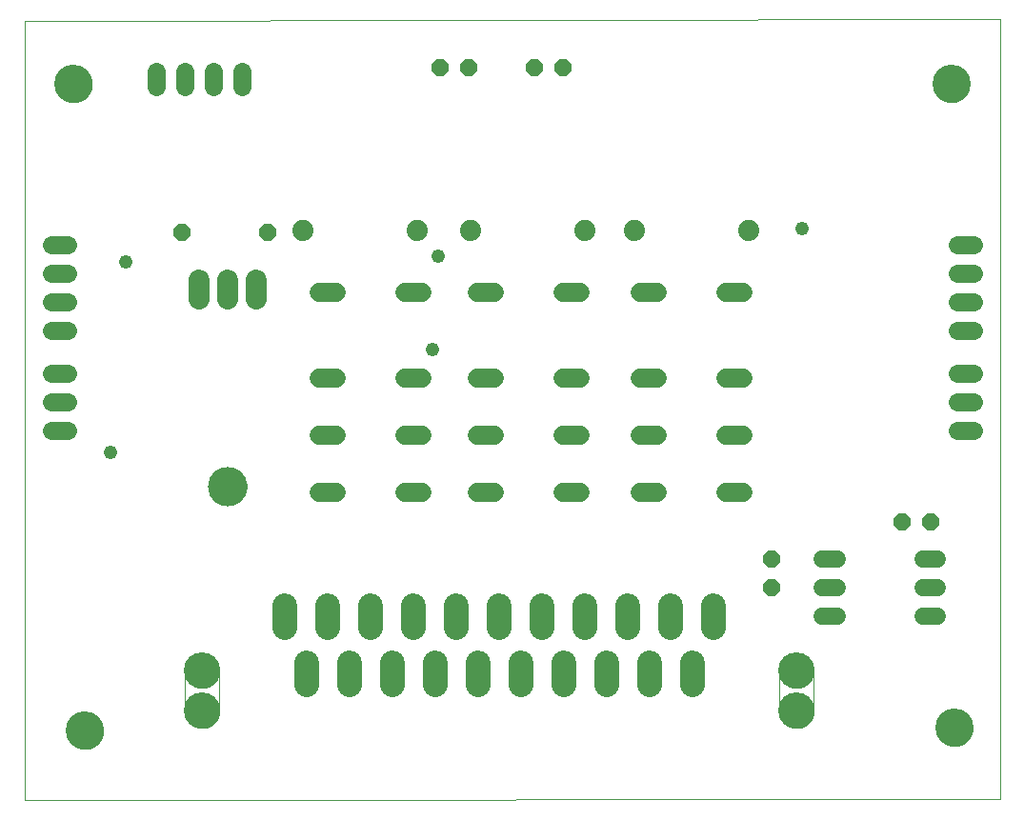
<source format=gbs>
G75*
%MOIN*%
%OFA0B0*%
%FSLAX25Y25*%
%IPPOS*%
%LPD*%
%AMOC8*
5,1,8,0,0,1.08239X$1,22.5*
%
%ADD10C,0.00000*%
%ADD11C,0.13398*%
%ADD12C,0.07400*%
%ADD13C,0.06400*%
%ADD14C,0.06800*%
%ADD15OC8,0.06000*%
%ADD16C,0.06000*%
%ADD17C,0.07400*%
%ADD18C,0.13800*%
%ADD19C,0.00009*%
%ADD20C,0.08600*%
%ADD21C,0.12700*%
%ADD22C,0.04800*%
D10*
X0001000Y0001000D02*
X0001000Y0273953D01*
X0342417Y0274346D01*
X0342417Y0001394D01*
X0001000Y0001000D01*
X0015882Y0025331D02*
X0015884Y0025489D01*
X0015890Y0025647D01*
X0015900Y0025805D01*
X0015914Y0025963D01*
X0015932Y0026120D01*
X0015953Y0026277D01*
X0015979Y0026433D01*
X0016009Y0026589D01*
X0016042Y0026744D01*
X0016080Y0026897D01*
X0016121Y0027050D01*
X0016166Y0027202D01*
X0016215Y0027353D01*
X0016268Y0027502D01*
X0016324Y0027650D01*
X0016384Y0027796D01*
X0016448Y0027941D01*
X0016516Y0028084D01*
X0016587Y0028226D01*
X0016661Y0028366D01*
X0016739Y0028503D01*
X0016821Y0028639D01*
X0016905Y0028773D01*
X0016994Y0028904D01*
X0017085Y0029033D01*
X0017180Y0029160D01*
X0017277Y0029285D01*
X0017378Y0029407D01*
X0017482Y0029526D01*
X0017589Y0029643D01*
X0017699Y0029757D01*
X0017812Y0029868D01*
X0017927Y0029977D01*
X0018045Y0030082D01*
X0018166Y0030184D01*
X0018289Y0030284D01*
X0018415Y0030380D01*
X0018543Y0030473D01*
X0018673Y0030563D01*
X0018806Y0030649D01*
X0018941Y0030733D01*
X0019077Y0030812D01*
X0019216Y0030889D01*
X0019357Y0030961D01*
X0019499Y0031031D01*
X0019643Y0031096D01*
X0019789Y0031158D01*
X0019936Y0031216D01*
X0020085Y0031271D01*
X0020235Y0031322D01*
X0020386Y0031369D01*
X0020538Y0031412D01*
X0020691Y0031451D01*
X0020846Y0031487D01*
X0021001Y0031518D01*
X0021157Y0031546D01*
X0021313Y0031570D01*
X0021470Y0031590D01*
X0021628Y0031606D01*
X0021785Y0031618D01*
X0021944Y0031626D01*
X0022102Y0031630D01*
X0022260Y0031630D01*
X0022418Y0031626D01*
X0022577Y0031618D01*
X0022734Y0031606D01*
X0022892Y0031590D01*
X0023049Y0031570D01*
X0023205Y0031546D01*
X0023361Y0031518D01*
X0023516Y0031487D01*
X0023671Y0031451D01*
X0023824Y0031412D01*
X0023976Y0031369D01*
X0024127Y0031322D01*
X0024277Y0031271D01*
X0024426Y0031216D01*
X0024573Y0031158D01*
X0024719Y0031096D01*
X0024863Y0031031D01*
X0025005Y0030961D01*
X0025146Y0030889D01*
X0025285Y0030812D01*
X0025421Y0030733D01*
X0025556Y0030649D01*
X0025689Y0030563D01*
X0025819Y0030473D01*
X0025947Y0030380D01*
X0026073Y0030284D01*
X0026196Y0030184D01*
X0026317Y0030082D01*
X0026435Y0029977D01*
X0026550Y0029868D01*
X0026663Y0029757D01*
X0026773Y0029643D01*
X0026880Y0029526D01*
X0026984Y0029407D01*
X0027085Y0029285D01*
X0027182Y0029160D01*
X0027277Y0029033D01*
X0027368Y0028904D01*
X0027457Y0028773D01*
X0027541Y0028639D01*
X0027623Y0028503D01*
X0027701Y0028366D01*
X0027775Y0028226D01*
X0027846Y0028084D01*
X0027914Y0027941D01*
X0027978Y0027796D01*
X0028038Y0027650D01*
X0028094Y0027502D01*
X0028147Y0027353D01*
X0028196Y0027202D01*
X0028241Y0027050D01*
X0028282Y0026897D01*
X0028320Y0026744D01*
X0028353Y0026589D01*
X0028383Y0026433D01*
X0028409Y0026277D01*
X0028430Y0026120D01*
X0028448Y0025963D01*
X0028462Y0025805D01*
X0028472Y0025647D01*
X0028478Y0025489D01*
X0028480Y0025331D01*
X0028478Y0025173D01*
X0028472Y0025015D01*
X0028462Y0024857D01*
X0028448Y0024699D01*
X0028430Y0024542D01*
X0028409Y0024385D01*
X0028383Y0024229D01*
X0028353Y0024073D01*
X0028320Y0023918D01*
X0028282Y0023765D01*
X0028241Y0023612D01*
X0028196Y0023460D01*
X0028147Y0023309D01*
X0028094Y0023160D01*
X0028038Y0023012D01*
X0027978Y0022866D01*
X0027914Y0022721D01*
X0027846Y0022578D01*
X0027775Y0022436D01*
X0027701Y0022296D01*
X0027623Y0022159D01*
X0027541Y0022023D01*
X0027457Y0021889D01*
X0027368Y0021758D01*
X0027277Y0021629D01*
X0027182Y0021502D01*
X0027085Y0021377D01*
X0026984Y0021255D01*
X0026880Y0021136D01*
X0026773Y0021019D01*
X0026663Y0020905D01*
X0026550Y0020794D01*
X0026435Y0020685D01*
X0026317Y0020580D01*
X0026196Y0020478D01*
X0026073Y0020378D01*
X0025947Y0020282D01*
X0025819Y0020189D01*
X0025689Y0020099D01*
X0025556Y0020013D01*
X0025421Y0019929D01*
X0025285Y0019850D01*
X0025146Y0019773D01*
X0025005Y0019701D01*
X0024863Y0019631D01*
X0024719Y0019566D01*
X0024573Y0019504D01*
X0024426Y0019446D01*
X0024277Y0019391D01*
X0024127Y0019340D01*
X0023976Y0019293D01*
X0023824Y0019250D01*
X0023671Y0019211D01*
X0023516Y0019175D01*
X0023361Y0019144D01*
X0023205Y0019116D01*
X0023049Y0019092D01*
X0022892Y0019072D01*
X0022734Y0019056D01*
X0022577Y0019044D01*
X0022418Y0019036D01*
X0022260Y0019032D01*
X0022102Y0019032D01*
X0021944Y0019036D01*
X0021785Y0019044D01*
X0021628Y0019056D01*
X0021470Y0019072D01*
X0021313Y0019092D01*
X0021157Y0019116D01*
X0021001Y0019144D01*
X0020846Y0019175D01*
X0020691Y0019211D01*
X0020538Y0019250D01*
X0020386Y0019293D01*
X0020235Y0019340D01*
X0020085Y0019391D01*
X0019936Y0019446D01*
X0019789Y0019504D01*
X0019643Y0019566D01*
X0019499Y0019631D01*
X0019357Y0019701D01*
X0019216Y0019773D01*
X0019077Y0019850D01*
X0018941Y0019929D01*
X0018806Y0020013D01*
X0018673Y0020099D01*
X0018543Y0020189D01*
X0018415Y0020282D01*
X0018289Y0020378D01*
X0018166Y0020478D01*
X0018045Y0020580D01*
X0017927Y0020685D01*
X0017812Y0020794D01*
X0017699Y0020905D01*
X0017589Y0021019D01*
X0017482Y0021136D01*
X0017378Y0021255D01*
X0017277Y0021377D01*
X0017180Y0021502D01*
X0017085Y0021629D01*
X0016994Y0021758D01*
X0016905Y0021889D01*
X0016821Y0022023D01*
X0016739Y0022159D01*
X0016661Y0022296D01*
X0016587Y0022436D01*
X0016516Y0022578D01*
X0016448Y0022721D01*
X0016384Y0022866D01*
X0016324Y0023012D01*
X0016268Y0023160D01*
X0016215Y0023309D01*
X0016166Y0023460D01*
X0016121Y0023612D01*
X0016080Y0023765D01*
X0016042Y0023918D01*
X0016009Y0024073D01*
X0015979Y0024229D01*
X0015953Y0024385D01*
X0015932Y0024542D01*
X0015914Y0024699D01*
X0015900Y0024857D01*
X0015890Y0025015D01*
X0015884Y0025173D01*
X0015882Y0025331D01*
X0057231Y0032331D02*
X0057233Y0032485D01*
X0057239Y0032639D01*
X0057249Y0032792D01*
X0057263Y0032945D01*
X0057281Y0033098D01*
X0057302Y0033250D01*
X0057328Y0033402D01*
X0057358Y0033553D01*
X0057391Y0033703D01*
X0057429Y0033852D01*
X0057470Y0034001D01*
X0057515Y0034148D01*
X0057564Y0034294D01*
X0057617Y0034438D01*
X0057673Y0034581D01*
X0057733Y0034723D01*
X0057797Y0034863D01*
X0057864Y0035001D01*
X0057935Y0035138D01*
X0058009Y0035273D01*
X0058087Y0035405D01*
X0058168Y0035536D01*
X0058253Y0035665D01*
X0058340Y0035791D01*
X0058431Y0035915D01*
X0058526Y0036036D01*
X0058623Y0036156D01*
X0058723Y0036272D01*
X0058827Y0036386D01*
X0058933Y0036497D01*
X0059042Y0036606D01*
X0059154Y0036711D01*
X0059269Y0036814D01*
X0059386Y0036914D01*
X0059506Y0037010D01*
X0059628Y0037104D01*
X0059752Y0037194D01*
X0059879Y0037281D01*
X0060008Y0037365D01*
X0060140Y0037445D01*
X0060273Y0037522D01*
X0060408Y0037595D01*
X0060545Y0037665D01*
X0060684Y0037732D01*
X0060824Y0037794D01*
X0060966Y0037853D01*
X0061110Y0037909D01*
X0061255Y0037961D01*
X0061401Y0038008D01*
X0061548Y0038053D01*
X0061697Y0038093D01*
X0061846Y0038129D01*
X0061997Y0038162D01*
X0062148Y0038191D01*
X0062300Y0038215D01*
X0062452Y0038236D01*
X0062605Y0038253D01*
X0062758Y0038266D01*
X0062912Y0038275D01*
X0063066Y0038280D01*
X0063219Y0038281D01*
X0063373Y0038278D01*
X0063527Y0038271D01*
X0063680Y0038260D01*
X0063834Y0038245D01*
X0063986Y0038226D01*
X0064138Y0038203D01*
X0064290Y0038177D01*
X0064441Y0038146D01*
X0064591Y0038112D01*
X0064740Y0038073D01*
X0064887Y0038031D01*
X0065034Y0037985D01*
X0065180Y0037935D01*
X0065324Y0037882D01*
X0065467Y0037824D01*
X0065608Y0037763D01*
X0065748Y0037699D01*
X0065886Y0037631D01*
X0066022Y0037559D01*
X0066156Y0037484D01*
X0066288Y0037405D01*
X0066418Y0037323D01*
X0066546Y0037238D01*
X0066672Y0037149D01*
X0066795Y0037057D01*
X0066916Y0036962D01*
X0067035Y0036864D01*
X0067151Y0036763D01*
X0067264Y0036659D01*
X0067375Y0036552D01*
X0067482Y0036442D01*
X0067587Y0036329D01*
X0067689Y0036214D01*
X0067788Y0036096D01*
X0067884Y0035976D01*
X0067977Y0035853D01*
X0068066Y0035728D01*
X0068152Y0035601D01*
X0068235Y0035471D01*
X0068315Y0035339D01*
X0068391Y0035206D01*
X0068463Y0035070D01*
X0068532Y0034932D01*
X0068598Y0034793D01*
X0068660Y0034652D01*
X0068718Y0034510D01*
X0068772Y0034366D01*
X0068823Y0034221D01*
X0068870Y0034074D01*
X0068913Y0033927D01*
X0068952Y0033778D01*
X0068988Y0033628D01*
X0069019Y0033478D01*
X0069047Y0033326D01*
X0069071Y0033174D01*
X0069091Y0033022D01*
X0069107Y0032869D01*
X0069119Y0032715D01*
X0069127Y0032562D01*
X0069131Y0032408D01*
X0069131Y0032254D01*
X0069127Y0032100D01*
X0069119Y0031947D01*
X0069107Y0031793D01*
X0069091Y0031640D01*
X0069071Y0031488D01*
X0069047Y0031336D01*
X0069019Y0031184D01*
X0068988Y0031034D01*
X0068952Y0030884D01*
X0068913Y0030735D01*
X0068870Y0030588D01*
X0068823Y0030441D01*
X0068772Y0030296D01*
X0068718Y0030152D01*
X0068660Y0030010D01*
X0068598Y0029869D01*
X0068532Y0029730D01*
X0068463Y0029592D01*
X0068391Y0029456D01*
X0068315Y0029323D01*
X0068235Y0029191D01*
X0068152Y0029061D01*
X0068066Y0028934D01*
X0067977Y0028809D01*
X0067884Y0028686D01*
X0067788Y0028566D01*
X0067689Y0028448D01*
X0067587Y0028333D01*
X0067482Y0028220D01*
X0067375Y0028110D01*
X0067264Y0028003D01*
X0067151Y0027899D01*
X0067035Y0027798D01*
X0066916Y0027700D01*
X0066795Y0027605D01*
X0066672Y0027513D01*
X0066546Y0027424D01*
X0066418Y0027339D01*
X0066288Y0027257D01*
X0066156Y0027178D01*
X0066022Y0027103D01*
X0065886Y0027031D01*
X0065748Y0026963D01*
X0065608Y0026899D01*
X0065467Y0026838D01*
X0065324Y0026780D01*
X0065180Y0026727D01*
X0065034Y0026677D01*
X0064887Y0026631D01*
X0064740Y0026589D01*
X0064591Y0026550D01*
X0064441Y0026516D01*
X0064290Y0026485D01*
X0064138Y0026459D01*
X0063986Y0026436D01*
X0063834Y0026417D01*
X0063680Y0026402D01*
X0063527Y0026391D01*
X0063373Y0026384D01*
X0063219Y0026381D01*
X0063066Y0026382D01*
X0062912Y0026387D01*
X0062758Y0026396D01*
X0062605Y0026409D01*
X0062452Y0026426D01*
X0062300Y0026447D01*
X0062148Y0026471D01*
X0061997Y0026500D01*
X0061846Y0026533D01*
X0061697Y0026569D01*
X0061548Y0026609D01*
X0061401Y0026654D01*
X0061255Y0026701D01*
X0061110Y0026753D01*
X0060966Y0026809D01*
X0060824Y0026868D01*
X0060684Y0026930D01*
X0060545Y0026997D01*
X0060408Y0027067D01*
X0060273Y0027140D01*
X0060140Y0027217D01*
X0060008Y0027297D01*
X0059879Y0027381D01*
X0059752Y0027468D01*
X0059628Y0027558D01*
X0059506Y0027652D01*
X0059386Y0027748D01*
X0059269Y0027848D01*
X0059154Y0027951D01*
X0059042Y0028056D01*
X0058933Y0028165D01*
X0058827Y0028276D01*
X0058723Y0028390D01*
X0058623Y0028506D01*
X0058526Y0028626D01*
X0058431Y0028747D01*
X0058340Y0028871D01*
X0058253Y0028997D01*
X0058168Y0029126D01*
X0058087Y0029257D01*
X0058009Y0029389D01*
X0057935Y0029524D01*
X0057864Y0029661D01*
X0057797Y0029799D01*
X0057733Y0029939D01*
X0057673Y0030081D01*
X0057617Y0030224D01*
X0057564Y0030368D01*
X0057515Y0030514D01*
X0057470Y0030661D01*
X0057429Y0030810D01*
X0057391Y0030959D01*
X0057358Y0031109D01*
X0057328Y0031260D01*
X0057302Y0031412D01*
X0057281Y0031564D01*
X0057263Y0031717D01*
X0057249Y0031870D01*
X0057239Y0032023D01*
X0057233Y0032177D01*
X0057231Y0032331D01*
X0057181Y0032331D02*
X0057183Y0032178D01*
X0057189Y0032025D01*
X0057199Y0031872D01*
X0057212Y0031719D01*
X0057230Y0031567D01*
X0057251Y0031415D01*
X0057277Y0031264D01*
X0057306Y0031114D01*
X0057339Y0030964D01*
X0057376Y0030815D01*
X0057416Y0030667D01*
X0057461Y0030521D01*
X0057509Y0030375D01*
X0057561Y0030231D01*
X0057616Y0030088D01*
X0057675Y0029947D01*
X0057738Y0029807D01*
X0057804Y0029669D01*
X0057874Y0029532D01*
X0057947Y0029398D01*
X0058024Y0029265D01*
X0058104Y0029134D01*
X0058187Y0029006D01*
X0058273Y0028879D01*
X0058363Y0028755D01*
X0058456Y0028633D01*
X0058552Y0028514D01*
X0058651Y0028397D01*
X0058753Y0028282D01*
X0058858Y0028170D01*
X0058966Y0028061D01*
X0059076Y0027955D01*
X0059189Y0027852D01*
X0059305Y0027751D01*
X0059423Y0027654D01*
X0059544Y0027559D01*
X0059667Y0027468D01*
X0059792Y0027380D01*
X0059920Y0027295D01*
X0060049Y0027213D01*
X0060181Y0027135D01*
X0060315Y0027060D01*
X0060450Y0026988D01*
X0060588Y0026920D01*
X0060727Y0026856D01*
X0060867Y0026795D01*
X0061009Y0026738D01*
X0061153Y0026684D01*
X0061298Y0026634D01*
X0061444Y0026588D01*
X0061591Y0026545D01*
X0061739Y0026507D01*
X0061889Y0026472D01*
X0062039Y0026441D01*
X0062189Y0026413D01*
X0062341Y0026390D01*
X0062493Y0026371D01*
X0062645Y0026355D01*
X0062798Y0026343D01*
X0062951Y0026335D01*
X0063104Y0026331D01*
X0063258Y0026331D01*
X0063411Y0026335D01*
X0063564Y0026343D01*
X0063717Y0026355D01*
X0063869Y0026371D01*
X0064021Y0026390D01*
X0064173Y0026413D01*
X0064323Y0026441D01*
X0064473Y0026472D01*
X0064623Y0026507D01*
X0064771Y0026545D01*
X0064918Y0026588D01*
X0065064Y0026634D01*
X0065209Y0026684D01*
X0065353Y0026738D01*
X0065495Y0026795D01*
X0065635Y0026856D01*
X0065774Y0026920D01*
X0065912Y0026988D01*
X0066047Y0027060D01*
X0066181Y0027135D01*
X0066313Y0027213D01*
X0066442Y0027295D01*
X0066570Y0027380D01*
X0066695Y0027468D01*
X0066818Y0027559D01*
X0066939Y0027654D01*
X0067057Y0027751D01*
X0067173Y0027852D01*
X0067286Y0027955D01*
X0067396Y0028061D01*
X0067504Y0028170D01*
X0067609Y0028282D01*
X0067711Y0028397D01*
X0067810Y0028514D01*
X0067906Y0028633D01*
X0067999Y0028755D01*
X0068089Y0028879D01*
X0068175Y0029006D01*
X0068258Y0029134D01*
X0068338Y0029265D01*
X0068415Y0029398D01*
X0068488Y0029532D01*
X0068558Y0029669D01*
X0068624Y0029807D01*
X0068687Y0029947D01*
X0068746Y0030088D01*
X0068801Y0030231D01*
X0068853Y0030375D01*
X0068901Y0030521D01*
X0068946Y0030667D01*
X0068986Y0030815D01*
X0069023Y0030964D01*
X0069056Y0031114D01*
X0069085Y0031264D01*
X0069111Y0031415D01*
X0069132Y0031567D01*
X0069150Y0031719D01*
X0069163Y0031872D01*
X0069173Y0032025D01*
X0069179Y0032178D01*
X0069181Y0032331D01*
X0057231Y0046331D02*
X0057233Y0046485D01*
X0057239Y0046639D01*
X0057249Y0046792D01*
X0057263Y0046945D01*
X0057281Y0047098D01*
X0057302Y0047250D01*
X0057328Y0047402D01*
X0057358Y0047553D01*
X0057391Y0047703D01*
X0057429Y0047852D01*
X0057470Y0048001D01*
X0057515Y0048148D01*
X0057564Y0048294D01*
X0057617Y0048438D01*
X0057673Y0048581D01*
X0057733Y0048723D01*
X0057797Y0048863D01*
X0057864Y0049001D01*
X0057935Y0049138D01*
X0058009Y0049273D01*
X0058087Y0049405D01*
X0058168Y0049536D01*
X0058253Y0049665D01*
X0058340Y0049791D01*
X0058431Y0049915D01*
X0058526Y0050036D01*
X0058623Y0050156D01*
X0058723Y0050272D01*
X0058827Y0050386D01*
X0058933Y0050497D01*
X0059042Y0050606D01*
X0059154Y0050711D01*
X0059269Y0050814D01*
X0059386Y0050914D01*
X0059506Y0051010D01*
X0059628Y0051104D01*
X0059752Y0051194D01*
X0059879Y0051281D01*
X0060008Y0051365D01*
X0060140Y0051445D01*
X0060273Y0051522D01*
X0060408Y0051595D01*
X0060545Y0051665D01*
X0060684Y0051732D01*
X0060824Y0051794D01*
X0060966Y0051853D01*
X0061110Y0051909D01*
X0061255Y0051961D01*
X0061401Y0052008D01*
X0061548Y0052053D01*
X0061697Y0052093D01*
X0061846Y0052129D01*
X0061997Y0052162D01*
X0062148Y0052191D01*
X0062300Y0052215D01*
X0062452Y0052236D01*
X0062605Y0052253D01*
X0062758Y0052266D01*
X0062912Y0052275D01*
X0063066Y0052280D01*
X0063219Y0052281D01*
X0063373Y0052278D01*
X0063527Y0052271D01*
X0063680Y0052260D01*
X0063834Y0052245D01*
X0063986Y0052226D01*
X0064138Y0052203D01*
X0064290Y0052177D01*
X0064441Y0052146D01*
X0064591Y0052112D01*
X0064740Y0052073D01*
X0064887Y0052031D01*
X0065034Y0051985D01*
X0065180Y0051935D01*
X0065324Y0051882D01*
X0065467Y0051824D01*
X0065608Y0051763D01*
X0065748Y0051699D01*
X0065886Y0051631D01*
X0066022Y0051559D01*
X0066156Y0051484D01*
X0066288Y0051405D01*
X0066418Y0051323D01*
X0066546Y0051238D01*
X0066672Y0051149D01*
X0066795Y0051057D01*
X0066916Y0050962D01*
X0067035Y0050864D01*
X0067151Y0050763D01*
X0067264Y0050659D01*
X0067375Y0050552D01*
X0067482Y0050442D01*
X0067587Y0050329D01*
X0067689Y0050214D01*
X0067788Y0050096D01*
X0067884Y0049976D01*
X0067977Y0049853D01*
X0068066Y0049728D01*
X0068152Y0049601D01*
X0068235Y0049471D01*
X0068315Y0049339D01*
X0068391Y0049206D01*
X0068463Y0049070D01*
X0068532Y0048932D01*
X0068598Y0048793D01*
X0068660Y0048652D01*
X0068718Y0048510D01*
X0068772Y0048366D01*
X0068823Y0048221D01*
X0068870Y0048074D01*
X0068913Y0047927D01*
X0068952Y0047778D01*
X0068988Y0047628D01*
X0069019Y0047478D01*
X0069047Y0047326D01*
X0069071Y0047174D01*
X0069091Y0047022D01*
X0069107Y0046869D01*
X0069119Y0046715D01*
X0069127Y0046562D01*
X0069131Y0046408D01*
X0069131Y0046254D01*
X0069127Y0046100D01*
X0069119Y0045947D01*
X0069107Y0045793D01*
X0069091Y0045640D01*
X0069071Y0045488D01*
X0069047Y0045336D01*
X0069019Y0045184D01*
X0068988Y0045034D01*
X0068952Y0044884D01*
X0068913Y0044735D01*
X0068870Y0044588D01*
X0068823Y0044441D01*
X0068772Y0044296D01*
X0068718Y0044152D01*
X0068660Y0044010D01*
X0068598Y0043869D01*
X0068532Y0043730D01*
X0068463Y0043592D01*
X0068391Y0043456D01*
X0068315Y0043323D01*
X0068235Y0043191D01*
X0068152Y0043061D01*
X0068066Y0042934D01*
X0067977Y0042809D01*
X0067884Y0042686D01*
X0067788Y0042566D01*
X0067689Y0042448D01*
X0067587Y0042333D01*
X0067482Y0042220D01*
X0067375Y0042110D01*
X0067264Y0042003D01*
X0067151Y0041899D01*
X0067035Y0041798D01*
X0066916Y0041700D01*
X0066795Y0041605D01*
X0066672Y0041513D01*
X0066546Y0041424D01*
X0066418Y0041339D01*
X0066288Y0041257D01*
X0066156Y0041178D01*
X0066022Y0041103D01*
X0065886Y0041031D01*
X0065748Y0040963D01*
X0065608Y0040899D01*
X0065467Y0040838D01*
X0065324Y0040780D01*
X0065180Y0040727D01*
X0065034Y0040677D01*
X0064887Y0040631D01*
X0064740Y0040589D01*
X0064591Y0040550D01*
X0064441Y0040516D01*
X0064290Y0040485D01*
X0064138Y0040459D01*
X0063986Y0040436D01*
X0063834Y0040417D01*
X0063680Y0040402D01*
X0063527Y0040391D01*
X0063373Y0040384D01*
X0063219Y0040381D01*
X0063066Y0040382D01*
X0062912Y0040387D01*
X0062758Y0040396D01*
X0062605Y0040409D01*
X0062452Y0040426D01*
X0062300Y0040447D01*
X0062148Y0040471D01*
X0061997Y0040500D01*
X0061846Y0040533D01*
X0061697Y0040569D01*
X0061548Y0040609D01*
X0061401Y0040654D01*
X0061255Y0040701D01*
X0061110Y0040753D01*
X0060966Y0040809D01*
X0060824Y0040868D01*
X0060684Y0040930D01*
X0060545Y0040997D01*
X0060408Y0041067D01*
X0060273Y0041140D01*
X0060140Y0041217D01*
X0060008Y0041297D01*
X0059879Y0041381D01*
X0059752Y0041468D01*
X0059628Y0041558D01*
X0059506Y0041652D01*
X0059386Y0041748D01*
X0059269Y0041848D01*
X0059154Y0041951D01*
X0059042Y0042056D01*
X0058933Y0042165D01*
X0058827Y0042276D01*
X0058723Y0042390D01*
X0058623Y0042506D01*
X0058526Y0042626D01*
X0058431Y0042747D01*
X0058340Y0042871D01*
X0058253Y0042997D01*
X0058168Y0043126D01*
X0058087Y0043257D01*
X0058009Y0043389D01*
X0057935Y0043524D01*
X0057864Y0043661D01*
X0057797Y0043799D01*
X0057733Y0043939D01*
X0057673Y0044081D01*
X0057617Y0044224D01*
X0057564Y0044368D01*
X0057515Y0044514D01*
X0057470Y0044661D01*
X0057429Y0044810D01*
X0057391Y0044959D01*
X0057358Y0045109D01*
X0057328Y0045260D01*
X0057302Y0045412D01*
X0057281Y0045564D01*
X0057263Y0045717D01*
X0057249Y0045870D01*
X0057239Y0046023D01*
X0057233Y0046177D01*
X0057231Y0046331D01*
X0057181Y0046331D02*
X0057183Y0046484D01*
X0057189Y0046637D01*
X0057199Y0046790D01*
X0057212Y0046943D01*
X0057230Y0047095D01*
X0057251Y0047247D01*
X0057277Y0047398D01*
X0057306Y0047548D01*
X0057339Y0047698D01*
X0057376Y0047847D01*
X0057416Y0047995D01*
X0057461Y0048141D01*
X0057509Y0048287D01*
X0057561Y0048431D01*
X0057616Y0048574D01*
X0057675Y0048715D01*
X0057738Y0048855D01*
X0057804Y0048993D01*
X0057874Y0049130D01*
X0057947Y0049264D01*
X0058024Y0049397D01*
X0058104Y0049528D01*
X0058187Y0049656D01*
X0058273Y0049783D01*
X0058363Y0049907D01*
X0058456Y0050029D01*
X0058552Y0050148D01*
X0058651Y0050265D01*
X0058753Y0050380D01*
X0058858Y0050492D01*
X0058966Y0050601D01*
X0059076Y0050707D01*
X0059189Y0050810D01*
X0059305Y0050911D01*
X0059423Y0051008D01*
X0059544Y0051103D01*
X0059667Y0051194D01*
X0059792Y0051282D01*
X0059920Y0051367D01*
X0060049Y0051449D01*
X0060181Y0051527D01*
X0060315Y0051602D01*
X0060450Y0051674D01*
X0060588Y0051742D01*
X0060727Y0051806D01*
X0060867Y0051867D01*
X0061009Y0051924D01*
X0061153Y0051978D01*
X0061298Y0052028D01*
X0061444Y0052074D01*
X0061591Y0052117D01*
X0061739Y0052155D01*
X0061889Y0052190D01*
X0062039Y0052221D01*
X0062189Y0052249D01*
X0062341Y0052272D01*
X0062493Y0052291D01*
X0062645Y0052307D01*
X0062798Y0052319D01*
X0062951Y0052327D01*
X0063104Y0052331D01*
X0063258Y0052331D01*
X0063411Y0052327D01*
X0063564Y0052319D01*
X0063717Y0052307D01*
X0063869Y0052291D01*
X0064021Y0052272D01*
X0064173Y0052249D01*
X0064323Y0052221D01*
X0064473Y0052190D01*
X0064623Y0052155D01*
X0064771Y0052117D01*
X0064918Y0052074D01*
X0065064Y0052028D01*
X0065209Y0051978D01*
X0065353Y0051924D01*
X0065495Y0051867D01*
X0065635Y0051806D01*
X0065774Y0051742D01*
X0065912Y0051674D01*
X0066047Y0051602D01*
X0066181Y0051527D01*
X0066313Y0051449D01*
X0066442Y0051367D01*
X0066570Y0051282D01*
X0066695Y0051194D01*
X0066818Y0051103D01*
X0066939Y0051008D01*
X0067057Y0050911D01*
X0067173Y0050810D01*
X0067286Y0050707D01*
X0067396Y0050601D01*
X0067504Y0050492D01*
X0067609Y0050380D01*
X0067711Y0050265D01*
X0067810Y0050148D01*
X0067906Y0050029D01*
X0067999Y0049907D01*
X0068089Y0049783D01*
X0068175Y0049656D01*
X0068258Y0049528D01*
X0068338Y0049397D01*
X0068415Y0049264D01*
X0068488Y0049130D01*
X0068558Y0048993D01*
X0068624Y0048855D01*
X0068687Y0048715D01*
X0068746Y0048574D01*
X0068801Y0048431D01*
X0068853Y0048287D01*
X0068901Y0048141D01*
X0068946Y0047995D01*
X0068986Y0047847D01*
X0069023Y0047698D01*
X0069056Y0047548D01*
X0069085Y0047398D01*
X0069111Y0047247D01*
X0069132Y0047095D01*
X0069150Y0046943D01*
X0069163Y0046790D01*
X0069173Y0046637D01*
X0069179Y0046484D01*
X0069181Y0046331D01*
X0065681Y0110898D02*
X0065683Y0111059D01*
X0065689Y0111219D01*
X0065699Y0111380D01*
X0065713Y0111540D01*
X0065731Y0111700D01*
X0065752Y0111859D01*
X0065778Y0112018D01*
X0065808Y0112176D01*
X0065841Y0112333D01*
X0065879Y0112490D01*
X0065920Y0112645D01*
X0065965Y0112799D01*
X0066014Y0112952D01*
X0066067Y0113104D01*
X0066123Y0113255D01*
X0066184Y0113404D01*
X0066247Y0113552D01*
X0066315Y0113698D01*
X0066386Y0113842D01*
X0066460Y0113984D01*
X0066538Y0114125D01*
X0066620Y0114263D01*
X0066705Y0114400D01*
X0066793Y0114534D01*
X0066885Y0114666D01*
X0066980Y0114796D01*
X0067078Y0114924D01*
X0067179Y0115049D01*
X0067283Y0115171D01*
X0067390Y0115291D01*
X0067500Y0115408D01*
X0067613Y0115523D01*
X0067729Y0115634D01*
X0067848Y0115743D01*
X0067969Y0115848D01*
X0068093Y0115951D01*
X0068219Y0116051D01*
X0068347Y0116147D01*
X0068478Y0116240D01*
X0068612Y0116330D01*
X0068747Y0116417D01*
X0068885Y0116500D01*
X0069024Y0116580D01*
X0069166Y0116656D01*
X0069309Y0116729D01*
X0069454Y0116798D01*
X0069601Y0116864D01*
X0069749Y0116926D01*
X0069899Y0116984D01*
X0070050Y0117039D01*
X0070203Y0117090D01*
X0070357Y0117137D01*
X0070512Y0117180D01*
X0070668Y0117219D01*
X0070824Y0117255D01*
X0070982Y0117286D01*
X0071140Y0117314D01*
X0071299Y0117338D01*
X0071459Y0117358D01*
X0071619Y0117374D01*
X0071779Y0117386D01*
X0071940Y0117394D01*
X0072101Y0117398D01*
X0072261Y0117398D01*
X0072422Y0117394D01*
X0072583Y0117386D01*
X0072743Y0117374D01*
X0072903Y0117358D01*
X0073063Y0117338D01*
X0073222Y0117314D01*
X0073380Y0117286D01*
X0073538Y0117255D01*
X0073694Y0117219D01*
X0073850Y0117180D01*
X0074005Y0117137D01*
X0074159Y0117090D01*
X0074312Y0117039D01*
X0074463Y0116984D01*
X0074613Y0116926D01*
X0074761Y0116864D01*
X0074908Y0116798D01*
X0075053Y0116729D01*
X0075196Y0116656D01*
X0075338Y0116580D01*
X0075477Y0116500D01*
X0075615Y0116417D01*
X0075750Y0116330D01*
X0075884Y0116240D01*
X0076015Y0116147D01*
X0076143Y0116051D01*
X0076269Y0115951D01*
X0076393Y0115848D01*
X0076514Y0115743D01*
X0076633Y0115634D01*
X0076749Y0115523D01*
X0076862Y0115408D01*
X0076972Y0115291D01*
X0077079Y0115171D01*
X0077183Y0115049D01*
X0077284Y0114924D01*
X0077382Y0114796D01*
X0077477Y0114666D01*
X0077569Y0114534D01*
X0077657Y0114400D01*
X0077742Y0114263D01*
X0077824Y0114125D01*
X0077902Y0113984D01*
X0077976Y0113842D01*
X0078047Y0113698D01*
X0078115Y0113552D01*
X0078178Y0113404D01*
X0078239Y0113255D01*
X0078295Y0113104D01*
X0078348Y0112952D01*
X0078397Y0112799D01*
X0078442Y0112645D01*
X0078483Y0112490D01*
X0078521Y0112333D01*
X0078554Y0112176D01*
X0078584Y0112018D01*
X0078610Y0111859D01*
X0078631Y0111700D01*
X0078649Y0111540D01*
X0078663Y0111380D01*
X0078673Y0111219D01*
X0078679Y0111059D01*
X0078681Y0110898D01*
X0078679Y0110737D01*
X0078673Y0110577D01*
X0078663Y0110416D01*
X0078649Y0110256D01*
X0078631Y0110096D01*
X0078610Y0109937D01*
X0078584Y0109778D01*
X0078554Y0109620D01*
X0078521Y0109463D01*
X0078483Y0109306D01*
X0078442Y0109151D01*
X0078397Y0108997D01*
X0078348Y0108844D01*
X0078295Y0108692D01*
X0078239Y0108541D01*
X0078178Y0108392D01*
X0078115Y0108244D01*
X0078047Y0108098D01*
X0077976Y0107954D01*
X0077902Y0107812D01*
X0077824Y0107671D01*
X0077742Y0107533D01*
X0077657Y0107396D01*
X0077569Y0107262D01*
X0077477Y0107130D01*
X0077382Y0107000D01*
X0077284Y0106872D01*
X0077183Y0106747D01*
X0077079Y0106625D01*
X0076972Y0106505D01*
X0076862Y0106388D01*
X0076749Y0106273D01*
X0076633Y0106162D01*
X0076514Y0106053D01*
X0076393Y0105948D01*
X0076269Y0105845D01*
X0076143Y0105745D01*
X0076015Y0105649D01*
X0075884Y0105556D01*
X0075750Y0105466D01*
X0075615Y0105379D01*
X0075477Y0105296D01*
X0075338Y0105216D01*
X0075196Y0105140D01*
X0075053Y0105067D01*
X0074908Y0104998D01*
X0074761Y0104932D01*
X0074613Y0104870D01*
X0074463Y0104812D01*
X0074312Y0104757D01*
X0074159Y0104706D01*
X0074005Y0104659D01*
X0073850Y0104616D01*
X0073694Y0104577D01*
X0073538Y0104541D01*
X0073380Y0104510D01*
X0073222Y0104482D01*
X0073063Y0104458D01*
X0072903Y0104438D01*
X0072743Y0104422D01*
X0072583Y0104410D01*
X0072422Y0104402D01*
X0072261Y0104398D01*
X0072101Y0104398D01*
X0071940Y0104402D01*
X0071779Y0104410D01*
X0071619Y0104422D01*
X0071459Y0104438D01*
X0071299Y0104458D01*
X0071140Y0104482D01*
X0070982Y0104510D01*
X0070824Y0104541D01*
X0070668Y0104577D01*
X0070512Y0104616D01*
X0070357Y0104659D01*
X0070203Y0104706D01*
X0070050Y0104757D01*
X0069899Y0104812D01*
X0069749Y0104870D01*
X0069601Y0104932D01*
X0069454Y0104998D01*
X0069309Y0105067D01*
X0069166Y0105140D01*
X0069024Y0105216D01*
X0068885Y0105296D01*
X0068747Y0105379D01*
X0068612Y0105466D01*
X0068478Y0105556D01*
X0068347Y0105649D01*
X0068219Y0105745D01*
X0068093Y0105845D01*
X0067969Y0105948D01*
X0067848Y0106053D01*
X0067729Y0106162D01*
X0067613Y0106273D01*
X0067500Y0106388D01*
X0067390Y0106505D01*
X0067283Y0106625D01*
X0067179Y0106747D01*
X0067078Y0106872D01*
X0066980Y0107000D01*
X0066885Y0107130D01*
X0066793Y0107262D01*
X0066705Y0107396D01*
X0066620Y0107533D01*
X0066538Y0107671D01*
X0066460Y0107812D01*
X0066386Y0107954D01*
X0066315Y0108098D01*
X0066247Y0108244D01*
X0066184Y0108392D01*
X0066123Y0108541D01*
X0066067Y0108692D01*
X0066014Y0108844D01*
X0065965Y0108997D01*
X0065920Y0109151D01*
X0065879Y0109306D01*
X0065841Y0109463D01*
X0065808Y0109620D01*
X0065778Y0109778D01*
X0065752Y0109937D01*
X0065731Y0110096D01*
X0065713Y0110256D01*
X0065699Y0110416D01*
X0065689Y0110577D01*
X0065683Y0110737D01*
X0065681Y0110898D01*
X0011945Y0251709D02*
X0011947Y0251867D01*
X0011953Y0252025D01*
X0011963Y0252183D01*
X0011977Y0252341D01*
X0011995Y0252498D01*
X0012016Y0252655D01*
X0012042Y0252811D01*
X0012072Y0252967D01*
X0012105Y0253122D01*
X0012143Y0253275D01*
X0012184Y0253428D01*
X0012229Y0253580D01*
X0012278Y0253731D01*
X0012331Y0253880D01*
X0012387Y0254028D01*
X0012447Y0254174D01*
X0012511Y0254319D01*
X0012579Y0254462D01*
X0012650Y0254604D01*
X0012724Y0254744D01*
X0012802Y0254881D01*
X0012884Y0255017D01*
X0012968Y0255151D01*
X0013057Y0255282D01*
X0013148Y0255411D01*
X0013243Y0255538D01*
X0013340Y0255663D01*
X0013441Y0255785D01*
X0013545Y0255904D01*
X0013652Y0256021D01*
X0013762Y0256135D01*
X0013875Y0256246D01*
X0013990Y0256355D01*
X0014108Y0256460D01*
X0014229Y0256562D01*
X0014352Y0256662D01*
X0014478Y0256758D01*
X0014606Y0256851D01*
X0014736Y0256941D01*
X0014869Y0257027D01*
X0015004Y0257111D01*
X0015140Y0257190D01*
X0015279Y0257267D01*
X0015420Y0257339D01*
X0015562Y0257409D01*
X0015706Y0257474D01*
X0015852Y0257536D01*
X0015999Y0257594D01*
X0016148Y0257649D01*
X0016298Y0257700D01*
X0016449Y0257747D01*
X0016601Y0257790D01*
X0016754Y0257829D01*
X0016909Y0257865D01*
X0017064Y0257896D01*
X0017220Y0257924D01*
X0017376Y0257948D01*
X0017533Y0257968D01*
X0017691Y0257984D01*
X0017848Y0257996D01*
X0018007Y0258004D01*
X0018165Y0258008D01*
X0018323Y0258008D01*
X0018481Y0258004D01*
X0018640Y0257996D01*
X0018797Y0257984D01*
X0018955Y0257968D01*
X0019112Y0257948D01*
X0019268Y0257924D01*
X0019424Y0257896D01*
X0019579Y0257865D01*
X0019734Y0257829D01*
X0019887Y0257790D01*
X0020039Y0257747D01*
X0020190Y0257700D01*
X0020340Y0257649D01*
X0020489Y0257594D01*
X0020636Y0257536D01*
X0020782Y0257474D01*
X0020926Y0257409D01*
X0021068Y0257339D01*
X0021209Y0257267D01*
X0021348Y0257190D01*
X0021484Y0257111D01*
X0021619Y0257027D01*
X0021752Y0256941D01*
X0021882Y0256851D01*
X0022010Y0256758D01*
X0022136Y0256662D01*
X0022259Y0256562D01*
X0022380Y0256460D01*
X0022498Y0256355D01*
X0022613Y0256246D01*
X0022726Y0256135D01*
X0022836Y0256021D01*
X0022943Y0255904D01*
X0023047Y0255785D01*
X0023148Y0255663D01*
X0023245Y0255538D01*
X0023340Y0255411D01*
X0023431Y0255282D01*
X0023520Y0255151D01*
X0023604Y0255017D01*
X0023686Y0254881D01*
X0023764Y0254744D01*
X0023838Y0254604D01*
X0023909Y0254462D01*
X0023977Y0254319D01*
X0024041Y0254174D01*
X0024101Y0254028D01*
X0024157Y0253880D01*
X0024210Y0253731D01*
X0024259Y0253580D01*
X0024304Y0253428D01*
X0024345Y0253275D01*
X0024383Y0253122D01*
X0024416Y0252967D01*
X0024446Y0252811D01*
X0024472Y0252655D01*
X0024493Y0252498D01*
X0024511Y0252341D01*
X0024525Y0252183D01*
X0024535Y0252025D01*
X0024541Y0251867D01*
X0024543Y0251709D01*
X0024541Y0251551D01*
X0024535Y0251393D01*
X0024525Y0251235D01*
X0024511Y0251077D01*
X0024493Y0250920D01*
X0024472Y0250763D01*
X0024446Y0250607D01*
X0024416Y0250451D01*
X0024383Y0250296D01*
X0024345Y0250143D01*
X0024304Y0249990D01*
X0024259Y0249838D01*
X0024210Y0249687D01*
X0024157Y0249538D01*
X0024101Y0249390D01*
X0024041Y0249244D01*
X0023977Y0249099D01*
X0023909Y0248956D01*
X0023838Y0248814D01*
X0023764Y0248674D01*
X0023686Y0248537D01*
X0023604Y0248401D01*
X0023520Y0248267D01*
X0023431Y0248136D01*
X0023340Y0248007D01*
X0023245Y0247880D01*
X0023148Y0247755D01*
X0023047Y0247633D01*
X0022943Y0247514D01*
X0022836Y0247397D01*
X0022726Y0247283D01*
X0022613Y0247172D01*
X0022498Y0247063D01*
X0022380Y0246958D01*
X0022259Y0246856D01*
X0022136Y0246756D01*
X0022010Y0246660D01*
X0021882Y0246567D01*
X0021752Y0246477D01*
X0021619Y0246391D01*
X0021484Y0246307D01*
X0021348Y0246228D01*
X0021209Y0246151D01*
X0021068Y0246079D01*
X0020926Y0246009D01*
X0020782Y0245944D01*
X0020636Y0245882D01*
X0020489Y0245824D01*
X0020340Y0245769D01*
X0020190Y0245718D01*
X0020039Y0245671D01*
X0019887Y0245628D01*
X0019734Y0245589D01*
X0019579Y0245553D01*
X0019424Y0245522D01*
X0019268Y0245494D01*
X0019112Y0245470D01*
X0018955Y0245450D01*
X0018797Y0245434D01*
X0018640Y0245422D01*
X0018481Y0245414D01*
X0018323Y0245410D01*
X0018165Y0245410D01*
X0018007Y0245414D01*
X0017848Y0245422D01*
X0017691Y0245434D01*
X0017533Y0245450D01*
X0017376Y0245470D01*
X0017220Y0245494D01*
X0017064Y0245522D01*
X0016909Y0245553D01*
X0016754Y0245589D01*
X0016601Y0245628D01*
X0016449Y0245671D01*
X0016298Y0245718D01*
X0016148Y0245769D01*
X0015999Y0245824D01*
X0015852Y0245882D01*
X0015706Y0245944D01*
X0015562Y0246009D01*
X0015420Y0246079D01*
X0015279Y0246151D01*
X0015140Y0246228D01*
X0015004Y0246307D01*
X0014869Y0246391D01*
X0014736Y0246477D01*
X0014606Y0246567D01*
X0014478Y0246660D01*
X0014352Y0246756D01*
X0014229Y0246856D01*
X0014108Y0246958D01*
X0013990Y0247063D01*
X0013875Y0247172D01*
X0013762Y0247283D01*
X0013652Y0247397D01*
X0013545Y0247514D01*
X0013441Y0247633D01*
X0013340Y0247755D01*
X0013243Y0247880D01*
X0013148Y0248007D01*
X0013057Y0248136D01*
X0012968Y0248267D01*
X0012884Y0248401D01*
X0012802Y0248537D01*
X0012724Y0248674D01*
X0012650Y0248814D01*
X0012579Y0248956D01*
X0012511Y0249099D01*
X0012447Y0249244D01*
X0012387Y0249390D01*
X0012331Y0249538D01*
X0012278Y0249687D01*
X0012229Y0249838D01*
X0012184Y0249990D01*
X0012143Y0250143D01*
X0012105Y0250296D01*
X0012072Y0250451D01*
X0012042Y0250607D01*
X0012016Y0250763D01*
X0011995Y0250920D01*
X0011977Y0251077D01*
X0011963Y0251235D01*
X0011953Y0251393D01*
X0011947Y0251551D01*
X0011945Y0251709D01*
X0265231Y0046331D02*
X0265233Y0046485D01*
X0265239Y0046639D01*
X0265249Y0046792D01*
X0265263Y0046945D01*
X0265281Y0047098D01*
X0265302Y0047250D01*
X0265328Y0047402D01*
X0265358Y0047553D01*
X0265391Y0047703D01*
X0265429Y0047852D01*
X0265470Y0048001D01*
X0265515Y0048148D01*
X0265564Y0048294D01*
X0265617Y0048438D01*
X0265673Y0048581D01*
X0265733Y0048723D01*
X0265797Y0048863D01*
X0265864Y0049001D01*
X0265935Y0049138D01*
X0266009Y0049273D01*
X0266087Y0049405D01*
X0266168Y0049536D01*
X0266253Y0049665D01*
X0266340Y0049791D01*
X0266431Y0049915D01*
X0266526Y0050036D01*
X0266623Y0050156D01*
X0266723Y0050272D01*
X0266827Y0050386D01*
X0266933Y0050497D01*
X0267042Y0050606D01*
X0267154Y0050711D01*
X0267269Y0050814D01*
X0267386Y0050914D01*
X0267506Y0051010D01*
X0267628Y0051104D01*
X0267752Y0051194D01*
X0267879Y0051281D01*
X0268008Y0051365D01*
X0268140Y0051445D01*
X0268273Y0051522D01*
X0268408Y0051595D01*
X0268545Y0051665D01*
X0268684Y0051732D01*
X0268824Y0051794D01*
X0268966Y0051853D01*
X0269110Y0051909D01*
X0269255Y0051961D01*
X0269401Y0052008D01*
X0269548Y0052053D01*
X0269697Y0052093D01*
X0269846Y0052129D01*
X0269997Y0052162D01*
X0270148Y0052191D01*
X0270300Y0052215D01*
X0270452Y0052236D01*
X0270605Y0052253D01*
X0270758Y0052266D01*
X0270912Y0052275D01*
X0271066Y0052280D01*
X0271219Y0052281D01*
X0271373Y0052278D01*
X0271527Y0052271D01*
X0271680Y0052260D01*
X0271834Y0052245D01*
X0271986Y0052226D01*
X0272138Y0052203D01*
X0272290Y0052177D01*
X0272441Y0052146D01*
X0272591Y0052112D01*
X0272740Y0052073D01*
X0272887Y0052031D01*
X0273034Y0051985D01*
X0273180Y0051935D01*
X0273324Y0051882D01*
X0273467Y0051824D01*
X0273608Y0051763D01*
X0273748Y0051699D01*
X0273886Y0051631D01*
X0274022Y0051559D01*
X0274156Y0051484D01*
X0274288Y0051405D01*
X0274418Y0051323D01*
X0274546Y0051238D01*
X0274672Y0051149D01*
X0274795Y0051057D01*
X0274916Y0050962D01*
X0275035Y0050864D01*
X0275151Y0050763D01*
X0275264Y0050659D01*
X0275375Y0050552D01*
X0275482Y0050442D01*
X0275587Y0050329D01*
X0275689Y0050214D01*
X0275788Y0050096D01*
X0275884Y0049976D01*
X0275977Y0049853D01*
X0276066Y0049728D01*
X0276152Y0049601D01*
X0276235Y0049471D01*
X0276315Y0049339D01*
X0276391Y0049206D01*
X0276463Y0049070D01*
X0276532Y0048932D01*
X0276598Y0048793D01*
X0276660Y0048652D01*
X0276718Y0048510D01*
X0276772Y0048366D01*
X0276823Y0048221D01*
X0276870Y0048074D01*
X0276913Y0047927D01*
X0276952Y0047778D01*
X0276988Y0047628D01*
X0277019Y0047478D01*
X0277047Y0047326D01*
X0277071Y0047174D01*
X0277091Y0047022D01*
X0277107Y0046869D01*
X0277119Y0046715D01*
X0277127Y0046562D01*
X0277131Y0046408D01*
X0277131Y0046254D01*
X0277127Y0046100D01*
X0277119Y0045947D01*
X0277107Y0045793D01*
X0277091Y0045640D01*
X0277071Y0045488D01*
X0277047Y0045336D01*
X0277019Y0045184D01*
X0276988Y0045034D01*
X0276952Y0044884D01*
X0276913Y0044735D01*
X0276870Y0044588D01*
X0276823Y0044441D01*
X0276772Y0044296D01*
X0276718Y0044152D01*
X0276660Y0044010D01*
X0276598Y0043869D01*
X0276532Y0043730D01*
X0276463Y0043592D01*
X0276391Y0043456D01*
X0276315Y0043323D01*
X0276235Y0043191D01*
X0276152Y0043061D01*
X0276066Y0042934D01*
X0275977Y0042809D01*
X0275884Y0042686D01*
X0275788Y0042566D01*
X0275689Y0042448D01*
X0275587Y0042333D01*
X0275482Y0042220D01*
X0275375Y0042110D01*
X0275264Y0042003D01*
X0275151Y0041899D01*
X0275035Y0041798D01*
X0274916Y0041700D01*
X0274795Y0041605D01*
X0274672Y0041513D01*
X0274546Y0041424D01*
X0274418Y0041339D01*
X0274288Y0041257D01*
X0274156Y0041178D01*
X0274022Y0041103D01*
X0273886Y0041031D01*
X0273748Y0040963D01*
X0273608Y0040899D01*
X0273467Y0040838D01*
X0273324Y0040780D01*
X0273180Y0040727D01*
X0273034Y0040677D01*
X0272887Y0040631D01*
X0272740Y0040589D01*
X0272591Y0040550D01*
X0272441Y0040516D01*
X0272290Y0040485D01*
X0272138Y0040459D01*
X0271986Y0040436D01*
X0271834Y0040417D01*
X0271680Y0040402D01*
X0271527Y0040391D01*
X0271373Y0040384D01*
X0271219Y0040381D01*
X0271066Y0040382D01*
X0270912Y0040387D01*
X0270758Y0040396D01*
X0270605Y0040409D01*
X0270452Y0040426D01*
X0270300Y0040447D01*
X0270148Y0040471D01*
X0269997Y0040500D01*
X0269846Y0040533D01*
X0269697Y0040569D01*
X0269548Y0040609D01*
X0269401Y0040654D01*
X0269255Y0040701D01*
X0269110Y0040753D01*
X0268966Y0040809D01*
X0268824Y0040868D01*
X0268684Y0040930D01*
X0268545Y0040997D01*
X0268408Y0041067D01*
X0268273Y0041140D01*
X0268140Y0041217D01*
X0268008Y0041297D01*
X0267879Y0041381D01*
X0267752Y0041468D01*
X0267628Y0041558D01*
X0267506Y0041652D01*
X0267386Y0041748D01*
X0267269Y0041848D01*
X0267154Y0041951D01*
X0267042Y0042056D01*
X0266933Y0042165D01*
X0266827Y0042276D01*
X0266723Y0042390D01*
X0266623Y0042506D01*
X0266526Y0042626D01*
X0266431Y0042747D01*
X0266340Y0042871D01*
X0266253Y0042997D01*
X0266168Y0043126D01*
X0266087Y0043257D01*
X0266009Y0043389D01*
X0265935Y0043524D01*
X0265864Y0043661D01*
X0265797Y0043799D01*
X0265733Y0043939D01*
X0265673Y0044081D01*
X0265617Y0044224D01*
X0265564Y0044368D01*
X0265515Y0044514D01*
X0265470Y0044661D01*
X0265429Y0044810D01*
X0265391Y0044959D01*
X0265358Y0045109D01*
X0265328Y0045260D01*
X0265302Y0045412D01*
X0265281Y0045564D01*
X0265263Y0045717D01*
X0265249Y0045870D01*
X0265239Y0046023D01*
X0265233Y0046177D01*
X0265231Y0046331D01*
X0265181Y0046331D02*
X0265183Y0046484D01*
X0265189Y0046637D01*
X0265199Y0046790D01*
X0265212Y0046943D01*
X0265230Y0047095D01*
X0265251Y0047247D01*
X0265277Y0047398D01*
X0265306Y0047548D01*
X0265339Y0047698D01*
X0265376Y0047847D01*
X0265416Y0047995D01*
X0265461Y0048141D01*
X0265509Y0048287D01*
X0265561Y0048431D01*
X0265616Y0048574D01*
X0265675Y0048715D01*
X0265738Y0048855D01*
X0265804Y0048993D01*
X0265874Y0049130D01*
X0265947Y0049264D01*
X0266024Y0049397D01*
X0266104Y0049528D01*
X0266187Y0049656D01*
X0266273Y0049783D01*
X0266363Y0049907D01*
X0266456Y0050029D01*
X0266552Y0050148D01*
X0266651Y0050265D01*
X0266753Y0050380D01*
X0266858Y0050492D01*
X0266966Y0050601D01*
X0267076Y0050707D01*
X0267189Y0050810D01*
X0267305Y0050911D01*
X0267423Y0051008D01*
X0267544Y0051103D01*
X0267667Y0051194D01*
X0267792Y0051282D01*
X0267920Y0051367D01*
X0268049Y0051449D01*
X0268181Y0051527D01*
X0268315Y0051602D01*
X0268450Y0051674D01*
X0268588Y0051742D01*
X0268727Y0051806D01*
X0268867Y0051867D01*
X0269009Y0051924D01*
X0269153Y0051978D01*
X0269298Y0052028D01*
X0269444Y0052074D01*
X0269591Y0052117D01*
X0269739Y0052155D01*
X0269889Y0052190D01*
X0270039Y0052221D01*
X0270189Y0052249D01*
X0270341Y0052272D01*
X0270493Y0052291D01*
X0270645Y0052307D01*
X0270798Y0052319D01*
X0270951Y0052327D01*
X0271104Y0052331D01*
X0271258Y0052331D01*
X0271411Y0052327D01*
X0271564Y0052319D01*
X0271717Y0052307D01*
X0271869Y0052291D01*
X0272021Y0052272D01*
X0272173Y0052249D01*
X0272323Y0052221D01*
X0272473Y0052190D01*
X0272623Y0052155D01*
X0272771Y0052117D01*
X0272918Y0052074D01*
X0273064Y0052028D01*
X0273209Y0051978D01*
X0273353Y0051924D01*
X0273495Y0051867D01*
X0273635Y0051806D01*
X0273774Y0051742D01*
X0273912Y0051674D01*
X0274047Y0051602D01*
X0274181Y0051527D01*
X0274313Y0051449D01*
X0274442Y0051367D01*
X0274570Y0051282D01*
X0274695Y0051194D01*
X0274818Y0051103D01*
X0274939Y0051008D01*
X0275057Y0050911D01*
X0275173Y0050810D01*
X0275286Y0050707D01*
X0275396Y0050601D01*
X0275504Y0050492D01*
X0275609Y0050380D01*
X0275711Y0050265D01*
X0275810Y0050148D01*
X0275906Y0050029D01*
X0275999Y0049907D01*
X0276089Y0049783D01*
X0276175Y0049656D01*
X0276258Y0049528D01*
X0276338Y0049397D01*
X0276415Y0049264D01*
X0276488Y0049130D01*
X0276558Y0048993D01*
X0276624Y0048855D01*
X0276687Y0048715D01*
X0276746Y0048574D01*
X0276801Y0048431D01*
X0276853Y0048287D01*
X0276901Y0048141D01*
X0276946Y0047995D01*
X0276986Y0047847D01*
X0277023Y0047698D01*
X0277056Y0047548D01*
X0277085Y0047398D01*
X0277111Y0047247D01*
X0277132Y0047095D01*
X0277150Y0046943D01*
X0277163Y0046790D01*
X0277173Y0046637D01*
X0277179Y0046484D01*
X0277181Y0046331D01*
X0265231Y0032331D02*
X0265233Y0032485D01*
X0265239Y0032639D01*
X0265249Y0032792D01*
X0265263Y0032945D01*
X0265281Y0033098D01*
X0265302Y0033250D01*
X0265328Y0033402D01*
X0265358Y0033553D01*
X0265391Y0033703D01*
X0265429Y0033852D01*
X0265470Y0034001D01*
X0265515Y0034148D01*
X0265564Y0034294D01*
X0265617Y0034438D01*
X0265673Y0034581D01*
X0265733Y0034723D01*
X0265797Y0034863D01*
X0265864Y0035001D01*
X0265935Y0035138D01*
X0266009Y0035273D01*
X0266087Y0035405D01*
X0266168Y0035536D01*
X0266253Y0035665D01*
X0266340Y0035791D01*
X0266431Y0035915D01*
X0266526Y0036036D01*
X0266623Y0036156D01*
X0266723Y0036272D01*
X0266827Y0036386D01*
X0266933Y0036497D01*
X0267042Y0036606D01*
X0267154Y0036711D01*
X0267269Y0036814D01*
X0267386Y0036914D01*
X0267506Y0037010D01*
X0267628Y0037104D01*
X0267752Y0037194D01*
X0267879Y0037281D01*
X0268008Y0037365D01*
X0268140Y0037445D01*
X0268273Y0037522D01*
X0268408Y0037595D01*
X0268545Y0037665D01*
X0268684Y0037732D01*
X0268824Y0037794D01*
X0268966Y0037853D01*
X0269110Y0037909D01*
X0269255Y0037961D01*
X0269401Y0038008D01*
X0269548Y0038053D01*
X0269697Y0038093D01*
X0269846Y0038129D01*
X0269997Y0038162D01*
X0270148Y0038191D01*
X0270300Y0038215D01*
X0270452Y0038236D01*
X0270605Y0038253D01*
X0270758Y0038266D01*
X0270912Y0038275D01*
X0271066Y0038280D01*
X0271219Y0038281D01*
X0271373Y0038278D01*
X0271527Y0038271D01*
X0271680Y0038260D01*
X0271834Y0038245D01*
X0271986Y0038226D01*
X0272138Y0038203D01*
X0272290Y0038177D01*
X0272441Y0038146D01*
X0272591Y0038112D01*
X0272740Y0038073D01*
X0272887Y0038031D01*
X0273034Y0037985D01*
X0273180Y0037935D01*
X0273324Y0037882D01*
X0273467Y0037824D01*
X0273608Y0037763D01*
X0273748Y0037699D01*
X0273886Y0037631D01*
X0274022Y0037559D01*
X0274156Y0037484D01*
X0274288Y0037405D01*
X0274418Y0037323D01*
X0274546Y0037238D01*
X0274672Y0037149D01*
X0274795Y0037057D01*
X0274916Y0036962D01*
X0275035Y0036864D01*
X0275151Y0036763D01*
X0275264Y0036659D01*
X0275375Y0036552D01*
X0275482Y0036442D01*
X0275587Y0036329D01*
X0275689Y0036214D01*
X0275788Y0036096D01*
X0275884Y0035976D01*
X0275977Y0035853D01*
X0276066Y0035728D01*
X0276152Y0035601D01*
X0276235Y0035471D01*
X0276315Y0035339D01*
X0276391Y0035206D01*
X0276463Y0035070D01*
X0276532Y0034932D01*
X0276598Y0034793D01*
X0276660Y0034652D01*
X0276718Y0034510D01*
X0276772Y0034366D01*
X0276823Y0034221D01*
X0276870Y0034074D01*
X0276913Y0033927D01*
X0276952Y0033778D01*
X0276988Y0033628D01*
X0277019Y0033478D01*
X0277047Y0033326D01*
X0277071Y0033174D01*
X0277091Y0033022D01*
X0277107Y0032869D01*
X0277119Y0032715D01*
X0277127Y0032562D01*
X0277131Y0032408D01*
X0277131Y0032254D01*
X0277127Y0032100D01*
X0277119Y0031947D01*
X0277107Y0031793D01*
X0277091Y0031640D01*
X0277071Y0031488D01*
X0277047Y0031336D01*
X0277019Y0031184D01*
X0276988Y0031034D01*
X0276952Y0030884D01*
X0276913Y0030735D01*
X0276870Y0030588D01*
X0276823Y0030441D01*
X0276772Y0030296D01*
X0276718Y0030152D01*
X0276660Y0030010D01*
X0276598Y0029869D01*
X0276532Y0029730D01*
X0276463Y0029592D01*
X0276391Y0029456D01*
X0276315Y0029323D01*
X0276235Y0029191D01*
X0276152Y0029061D01*
X0276066Y0028934D01*
X0275977Y0028809D01*
X0275884Y0028686D01*
X0275788Y0028566D01*
X0275689Y0028448D01*
X0275587Y0028333D01*
X0275482Y0028220D01*
X0275375Y0028110D01*
X0275264Y0028003D01*
X0275151Y0027899D01*
X0275035Y0027798D01*
X0274916Y0027700D01*
X0274795Y0027605D01*
X0274672Y0027513D01*
X0274546Y0027424D01*
X0274418Y0027339D01*
X0274288Y0027257D01*
X0274156Y0027178D01*
X0274022Y0027103D01*
X0273886Y0027031D01*
X0273748Y0026963D01*
X0273608Y0026899D01*
X0273467Y0026838D01*
X0273324Y0026780D01*
X0273180Y0026727D01*
X0273034Y0026677D01*
X0272887Y0026631D01*
X0272740Y0026589D01*
X0272591Y0026550D01*
X0272441Y0026516D01*
X0272290Y0026485D01*
X0272138Y0026459D01*
X0271986Y0026436D01*
X0271834Y0026417D01*
X0271680Y0026402D01*
X0271527Y0026391D01*
X0271373Y0026384D01*
X0271219Y0026381D01*
X0271066Y0026382D01*
X0270912Y0026387D01*
X0270758Y0026396D01*
X0270605Y0026409D01*
X0270452Y0026426D01*
X0270300Y0026447D01*
X0270148Y0026471D01*
X0269997Y0026500D01*
X0269846Y0026533D01*
X0269697Y0026569D01*
X0269548Y0026609D01*
X0269401Y0026654D01*
X0269255Y0026701D01*
X0269110Y0026753D01*
X0268966Y0026809D01*
X0268824Y0026868D01*
X0268684Y0026930D01*
X0268545Y0026997D01*
X0268408Y0027067D01*
X0268273Y0027140D01*
X0268140Y0027217D01*
X0268008Y0027297D01*
X0267879Y0027381D01*
X0267752Y0027468D01*
X0267628Y0027558D01*
X0267506Y0027652D01*
X0267386Y0027748D01*
X0267269Y0027848D01*
X0267154Y0027951D01*
X0267042Y0028056D01*
X0266933Y0028165D01*
X0266827Y0028276D01*
X0266723Y0028390D01*
X0266623Y0028506D01*
X0266526Y0028626D01*
X0266431Y0028747D01*
X0266340Y0028871D01*
X0266253Y0028997D01*
X0266168Y0029126D01*
X0266087Y0029257D01*
X0266009Y0029389D01*
X0265935Y0029524D01*
X0265864Y0029661D01*
X0265797Y0029799D01*
X0265733Y0029939D01*
X0265673Y0030081D01*
X0265617Y0030224D01*
X0265564Y0030368D01*
X0265515Y0030514D01*
X0265470Y0030661D01*
X0265429Y0030810D01*
X0265391Y0030959D01*
X0265358Y0031109D01*
X0265328Y0031260D01*
X0265302Y0031412D01*
X0265281Y0031564D01*
X0265263Y0031717D01*
X0265249Y0031870D01*
X0265239Y0032023D01*
X0265233Y0032177D01*
X0265231Y0032331D01*
X0265181Y0032331D02*
X0265183Y0032178D01*
X0265189Y0032025D01*
X0265199Y0031872D01*
X0265212Y0031719D01*
X0265230Y0031567D01*
X0265251Y0031415D01*
X0265277Y0031264D01*
X0265306Y0031114D01*
X0265339Y0030964D01*
X0265376Y0030815D01*
X0265416Y0030667D01*
X0265461Y0030521D01*
X0265509Y0030375D01*
X0265561Y0030231D01*
X0265616Y0030088D01*
X0265675Y0029947D01*
X0265738Y0029807D01*
X0265804Y0029669D01*
X0265874Y0029532D01*
X0265947Y0029398D01*
X0266024Y0029265D01*
X0266104Y0029134D01*
X0266187Y0029006D01*
X0266273Y0028879D01*
X0266363Y0028755D01*
X0266456Y0028633D01*
X0266552Y0028514D01*
X0266651Y0028397D01*
X0266753Y0028282D01*
X0266858Y0028170D01*
X0266966Y0028061D01*
X0267076Y0027955D01*
X0267189Y0027852D01*
X0267305Y0027751D01*
X0267423Y0027654D01*
X0267544Y0027559D01*
X0267667Y0027468D01*
X0267792Y0027380D01*
X0267920Y0027295D01*
X0268049Y0027213D01*
X0268181Y0027135D01*
X0268315Y0027060D01*
X0268450Y0026988D01*
X0268588Y0026920D01*
X0268727Y0026856D01*
X0268867Y0026795D01*
X0269009Y0026738D01*
X0269153Y0026684D01*
X0269298Y0026634D01*
X0269444Y0026588D01*
X0269591Y0026545D01*
X0269739Y0026507D01*
X0269889Y0026472D01*
X0270039Y0026441D01*
X0270189Y0026413D01*
X0270341Y0026390D01*
X0270493Y0026371D01*
X0270645Y0026355D01*
X0270798Y0026343D01*
X0270951Y0026335D01*
X0271104Y0026331D01*
X0271258Y0026331D01*
X0271411Y0026335D01*
X0271564Y0026343D01*
X0271717Y0026355D01*
X0271869Y0026371D01*
X0272021Y0026390D01*
X0272173Y0026413D01*
X0272323Y0026441D01*
X0272473Y0026472D01*
X0272623Y0026507D01*
X0272771Y0026545D01*
X0272918Y0026588D01*
X0273064Y0026634D01*
X0273209Y0026684D01*
X0273353Y0026738D01*
X0273495Y0026795D01*
X0273635Y0026856D01*
X0273774Y0026920D01*
X0273912Y0026988D01*
X0274047Y0027060D01*
X0274181Y0027135D01*
X0274313Y0027213D01*
X0274442Y0027295D01*
X0274570Y0027380D01*
X0274695Y0027468D01*
X0274818Y0027559D01*
X0274939Y0027654D01*
X0275057Y0027751D01*
X0275173Y0027852D01*
X0275286Y0027955D01*
X0275396Y0028061D01*
X0275504Y0028170D01*
X0275609Y0028282D01*
X0275711Y0028397D01*
X0275810Y0028514D01*
X0275906Y0028633D01*
X0275999Y0028755D01*
X0276089Y0028879D01*
X0276175Y0029006D01*
X0276258Y0029134D01*
X0276338Y0029265D01*
X0276415Y0029398D01*
X0276488Y0029532D01*
X0276558Y0029669D01*
X0276624Y0029807D01*
X0276687Y0029947D01*
X0276746Y0030088D01*
X0276801Y0030231D01*
X0276853Y0030375D01*
X0276901Y0030521D01*
X0276946Y0030667D01*
X0276986Y0030815D01*
X0277023Y0030964D01*
X0277056Y0031114D01*
X0277085Y0031264D01*
X0277111Y0031415D01*
X0277132Y0031567D01*
X0277150Y0031719D01*
X0277163Y0031872D01*
X0277173Y0032025D01*
X0277179Y0032178D01*
X0277181Y0032331D01*
X0320134Y0026394D02*
X0320136Y0026552D01*
X0320142Y0026710D01*
X0320152Y0026868D01*
X0320166Y0027026D01*
X0320184Y0027183D01*
X0320205Y0027340D01*
X0320231Y0027496D01*
X0320261Y0027652D01*
X0320294Y0027807D01*
X0320332Y0027960D01*
X0320373Y0028113D01*
X0320418Y0028265D01*
X0320467Y0028416D01*
X0320520Y0028565D01*
X0320576Y0028713D01*
X0320636Y0028859D01*
X0320700Y0029004D01*
X0320768Y0029147D01*
X0320839Y0029289D01*
X0320913Y0029429D01*
X0320991Y0029566D01*
X0321073Y0029702D01*
X0321157Y0029836D01*
X0321246Y0029967D01*
X0321337Y0030096D01*
X0321432Y0030223D01*
X0321529Y0030348D01*
X0321630Y0030470D01*
X0321734Y0030589D01*
X0321841Y0030706D01*
X0321951Y0030820D01*
X0322064Y0030931D01*
X0322179Y0031040D01*
X0322297Y0031145D01*
X0322418Y0031247D01*
X0322541Y0031347D01*
X0322667Y0031443D01*
X0322795Y0031536D01*
X0322925Y0031626D01*
X0323058Y0031712D01*
X0323193Y0031796D01*
X0323329Y0031875D01*
X0323468Y0031952D01*
X0323609Y0032024D01*
X0323751Y0032094D01*
X0323895Y0032159D01*
X0324041Y0032221D01*
X0324188Y0032279D01*
X0324337Y0032334D01*
X0324487Y0032385D01*
X0324638Y0032432D01*
X0324790Y0032475D01*
X0324943Y0032514D01*
X0325098Y0032550D01*
X0325253Y0032581D01*
X0325409Y0032609D01*
X0325565Y0032633D01*
X0325722Y0032653D01*
X0325880Y0032669D01*
X0326037Y0032681D01*
X0326196Y0032689D01*
X0326354Y0032693D01*
X0326512Y0032693D01*
X0326670Y0032689D01*
X0326829Y0032681D01*
X0326986Y0032669D01*
X0327144Y0032653D01*
X0327301Y0032633D01*
X0327457Y0032609D01*
X0327613Y0032581D01*
X0327768Y0032550D01*
X0327923Y0032514D01*
X0328076Y0032475D01*
X0328228Y0032432D01*
X0328379Y0032385D01*
X0328529Y0032334D01*
X0328678Y0032279D01*
X0328825Y0032221D01*
X0328971Y0032159D01*
X0329115Y0032094D01*
X0329257Y0032024D01*
X0329398Y0031952D01*
X0329537Y0031875D01*
X0329673Y0031796D01*
X0329808Y0031712D01*
X0329941Y0031626D01*
X0330071Y0031536D01*
X0330199Y0031443D01*
X0330325Y0031347D01*
X0330448Y0031247D01*
X0330569Y0031145D01*
X0330687Y0031040D01*
X0330802Y0030931D01*
X0330915Y0030820D01*
X0331025Y0030706D01*
X0331132Y0030589D01*
X0331236Y0030470D01*
X0331337Y0030348D01*
X0331434Y0030223D01*
X0331529Y0030096D01*
X0331620Y0029967D01*
X0331709Y0029836D01*
X0331793Y0029702D01*
X0331875Y0029566D01*
X0331953Y0029429D01*
X0332027Y0029289D01*
X0332098Y0029147D01*
X0332166Y0029004D01*
X0332230Y0028859D01*
X0332290Y0028713D01*
X0332346Y0028565D01*
X0332399Y0028416D01*
X0332448Y0028265D01*
X0332493Y0028113D01*
X0332534Y0027960D01*
X0332572Y0027807D01*
X0332605Y0027652D01*
X0332635Y0027496D01*
X0332661Y0027340D01*
X0332682Y0027183D01*
X0332700Y0027026D01*
X0332714Y0026868D01*
X0332724Y0026710D01*
X0332730Y0026552D01*
X0332732Y0026394D01*
X0332730Y0026236D01*
X0332724Y0026078D01*
X0332714Y0025920D01*
X0332700Y0025762D01*
X0332682Y0025605D01*
X0332661Y0025448D01*
X0332635Y0025292D01*
X0332605Y0025136D01*
X0332572Y0024981D01*
X0332534Y0024828D01*
X0332493Y0024675D01*
X0332448Y0024523D01*
X0332399Y0024372D01*
X0332346Y0024223D01*
X0332290Y0024075D01*
X0332230Y0023929D01*
X0332166Y0023784D01*
X0332098Y0023641D01*
X0332027Y0023499D01*
X0331953Y0023359D01*
X0331875Y0023222D01*
X0331793Y0023086D01*
X0331709Y0022952D01*
X0331620Y0022821D01*
X0331529Y0022692D01*
X0331434Y0022565D01*
X0331337Y0022440D01*
X0331236Y0022318D01*
X0331132Y0022199D01*
X0331025Y0022082D01*
X0330915Y0021968D01*
X0330802Y0021857D01*
X0330687Y0021748D01*
X0330569Y0021643D01*
X0330448Y0021541D01*
X0330325Y0021441D01*
X0330199Y0021345D01*
X0330071Y0021252D01*
X0329941Y0021162D01*
X0329808Y0021076D01*
X0329673Y0020992D01*
X0329537Y0020913D01*
X0329398Y0020836D01*
X0329257Y0020764D01*
X0329115Y0020694D01*
X0328971Y0020629D01*
X0328825Y0020567D01*
X0328678Y0020509D01*
X0328529Y0020454D01*
X0328379Y0020403D01*
X0328228Y0020356D01*
X0328076Y0020313D01*
X0327923Y0020274D01*
X0327768Y0020238D01*
X0327613Y0020207D01*
X0327457Y0020179D01*
X0327301Y0020155D01*
X0327144Y0020135D01*
X0326986Y0020119D01*
X0326829Y0020107D01*
X0326670Y0020099D01*
X0326512Y0020095D01*
X0326354Y0020095D01*
X0326196Y0020099D01*
X0326037Y0020107D01*
X0325880Y0020119D01*
X0325722Y0020135D01*
X0325565Y0020155D01*
X0325409Y0020179D01*
X0325253Y0020207D01*
X0325098Y0020238D01*
X0324943Y0020274D01*
X0324790Y0020313D01*
X0324638Y0020356D01*
X0324487Y0020403D01*
X0324337Y0020454D01*
X0324188Y0020509D01*
X0324041Y0020567D01*
X0323895Y0020629D01*
X0323751Y0020694D01*
X0323609Y0020764D01*
X0323468Y0020836D01*
X0323329Y0020913D01*
X0323193Y0020992D01*
X0323058Y0021076D01*
X0322925Y0021162D01*
X0322795Y0021252D01*
X0322667Y0021345D01*
X0322541Y0021441D01*
X0322418Y0021541D01*
X0322297Y0021643D01*
X0322179Y0021748D01*
X0322064Y0021857D01*
X0321951Y0021968D01*
X0321841Y0022082D01*
X0321734Y0022199D01*
X0321630Y0022318D01*
X0321529Y0022440D01*
X0321432Y0022565D01*
X0321337Y0022692D01*
X0321246Y0022821D01*
X0321157Y0022952D01*
X0321073Y0023086D01*
X0320991Y0023222D01*
X0320913Y0023359D01*
X0320839Y0023499D01*
X0320768Y0023641D01*
X0320700Y0023784D01*
X0320636Y0023929D01*
X0320576Y0024075D01*
X0320520Y0024223D01*
X0320467Y0024372D01*
X0320418Y0024523D01*
X0320373Y0024675D01*
X0320332Y0024828D01*
X0320294Y0024981D01*
X0320261Y0025136D01*
X0320231Y0025292D01*
X0320205Y0025448D01*
X0320184Y0025605D01*
X0320166Y0025762D01*
X0320152Y0025920D01*
X0320142Y0026078D01*
X0320136Y0026236D01*
X0320134Y0026394D01*
X0319071Y0251709D02*
X0319073Y0251867D01*
X0319079Y0252025D01*
X0319089Y0252183D01*
X0319103Y0252341D01*
X0319121Y0252498D01*
X0319142Y0252655D01*
X0319168Y0252811D01*
X0319198Y0252967D01*
X0319231Y0253122D01*
X0319269Y0253275D01*
X0319310Y0253428D01*
X0319355Y0253580D01*
X0319404Y0253731D01*
X0319457Y0253880D01*
X0319513Y0254028D01*
X0319573Y0254174D01*
X0319637Y0254319D01*
X0319705Y0254462D01*
X0319776Y0254604D01*
X0319850Y0254744D01*
X0319928Y0254881D01*
X0320010Y0255017D01*
X0320094Y0255151D01*
X0320183Y0255282D01*
X0320274Y0255411D01*
X0320369Y0255538D01*
X0320466Y0255663D01*
X0320567Y0255785D01*
X0320671Y0255904D01*
X0320778Y0256021D01*
X0320888Y0256135D01*
X0321001Y0256246D01*
X0321116Y0256355D01*
X0321234Y0256460D01*
X0321355Y0256562D01*
X0321478Y0256662D01*
X0321604Y0256758D01*
X0321732Y0256851D01*
X0321862Y0256941D01*
X0321995Y0257027D01*
X0322130Y0257111D01*
X0322266Y0257190D01*
X0322405Y0257267D01*
X0322546Y0257339D01*
X0322688Y0257409D01*
X0322832Y0257474D01*
X0322978Y0257536D01*
X0323125Y0257594D01*
X0323274Y0257649D01*
X0323424Y0257700D01*
X0323575Y0257747D01*
X0323727Y0257790D01*
X0323880Y0257829D01*
X0324035Y0257865D01*
X0324190Y0257896D01*
X0324346Y0257924D01*
X0324502Y0257948D01*
X0324659Y0257968D01*
X0324817Y0257984D01*
X0324974Y0257996D01*
X0325133Y0258004D01*
X0325291Y0258008D01*
X0325449Y0258008D01*
X0325607Y0258004D01*
X0325766Y0257996D01*
X0325923Y0257984D01*
X0326081Y0257968D01*
X0326238Y0257948D01*
X0326394Y0257924D01*
X0326550Y0257896D01*
X0326705Y0257865D01*
X0326860Y0257829D01*
X0327013Y0257790D01*
X0327165Y0257747D01*
X0327316Y0257700D01*
X0327466Y0257649D01*
X0327615Y0257594D01*
X0327762Y0257536D01*
X0327908Y0257474D01*
X0328052Y0257409D01*
X0328194Y0257339D01*
X0328335Y0257267D01*
X0328474Y0257190D01*
X0328610Y0257111D01*
X0328745Y0257027D01*
X0328878Y0256941D01*
X0329008Y0256851D01*
X0329136Y0256758D01*
X0329262Y0256662D01*
X0329385Y0256562D01*
X0329506Y0256460D01*
X0329624Y0256355D01*
X0329739Y0256246D01*
X0329852Y0256135D01*
X0329962Y0256021D01*
X0330069Y0255904D01*
X0330173Y0255785D01*
X0330274Y0255663D01*
X0330371Y0255538D01*
X0330466Y0255411D01*
X0330557Y0255282D01*
X0330646Y0255151D01*
X0330730Y0255017D01*
X0330812Y0254881D01*
X0330890Y0254744D01*
X0330964Y0254604D01*
X0331035Y0254462D01*
X0331103Y0254319D01*
X0331167Y0254174D01*
X0331227Y0254028D01*
X0331283Y0253880D01*
X0331336Y0253731D01*
X0331385Y0253580D01*
X0331430Y0253428D01*
X0331471Y0253275D01*
X0331509Y0253122D01*
X0331542Y0252967D01*
X0331572Y0252811D01*
X0331598Y0252655D01*
X0331619Y0252498D01*
X0331637Y0252341D01*
X0331651Y0252183D01*
X0331661Y0252025D01*
X0331667Y0251867D01*
X0331669Y0251709D01*
X0331667Y0251551D01*
X0331661Y0251393D01*
X0331651Y0251235D01*
X0331637Y0251077D01*
X0331619Y0250920D01*
X0331598Y0250763D01*
X0331572Y0250607D01*
X0331542Y0250451D01*
X0331509Y0250296D01*
X0331471Y0250143D01*
X0331430Y0249990D01*
X0331385Y0249838D01*
X0331336Y0249687D01*
X0331283Y0249538D01*
X0331227Y0249390D01*
X0331167Y0249244D01*
X0331103Y0249099D01*
X0331035Y0248956D01*
X0330964Y0248814D01*
X0330890Y0248674D01*
X0330812Y0248537D01*
X0330730Y0248401D01*
X0330646Y0248267D01*
X0330557Y0248136D01*
X0330466Y0248007D01*
X0330371Y0247880D01*
X0330274Y0247755D01*
X0330173Y0247633D01*
X0330069Y0247514D01*
X0329962Y0247397D01*
X0329852Y0247283D01*
X0329739Y0247172D01*
X0329624Y0247063D01*
X0329506Y0246958D01*
X0329385Y0246856D01*
X0329262Y0246756D01*
X0329136Y0246660D01*
X0329008Y0246567D01*
X0328878Y0246477D01*
X0328745Y0246391D01*
X0328610Y0246307D01*
X0328474Y0246228D01*
X0328335Y0246151D01*
X0328194Y0246079D01*
X0328052Y0246009D01*
X0327908Y0245944D01*
X0327762Y0245882D01*
X0327615Y0245824D01*
X0327466Y0245769D01*
X0327316Y0245718D01*
X0327165Y0245671D01*
X0327013Y0245628D01*
X0326860Y0245589D01*
X0326705Y0245553D01*
X0326550Y0245522D01*
X0326394Y0245494D01*
X0326238Y0245470D01*
X0326081Y0245450D01*
X0325923Y0245434D01*
X0325766Y0245422D01*
X0325607Y0245414D01*
X0325449Y0245410D01*
X0325291Y0245410D01*
X0325133Y0245414D01*
X0324974Y0245422D01*
X0324817Y0245434D01*
X0324659Y0245450D01*
X0324502Y0245470D01*
X0324346Y0245494D01*
X0324190Y0245522D01*
X0324035Y0245553D01*
X0323880Y0245589D01*
X0323727Y0245628D01*
X0323575Y0245671D01*
X0323424Y0245718D01*
X0323274Y0245769D01*
X0323125Y0245824D01*
X0322978Y0245882D01*
X0322832Y0245944D01*
X0322688Y0246009D01*
X0322546Y0246079D01*
X0322405Y0246151D01*
X0322266Y0246228D01*
X0322130Y0246307D01*
X0321995Y0246391D01*
X0321862Y0246477D01*
X0321732Y0246567D01*
X0321604Y0246660D01*
X0321478Y0246756D01*
X0321355Y0246856D01*
X0321234Y0246958D01*
X0321116Y0247063D01*
X0321001Y0247172D01*
X0320888Y0247283D01*
X0320778Y0247397D01*
X0320671Y0247514D01*
X0320567Y0247633D01*
X0320466Y0247755D01*
X0320369Y0247880D01*
X0320274Y0248007D01*
X0320183Y0248136D01*
X0320094Y0248267D01*
X0320010Y0248401D01*
X0319928Y0248537D01*
X0319850Y0248674D01*
X0319776Y0248814D01*
X0319705Y0248956D01*
X0319637Y0249099D01*
X0319573Y0249244D01*
X0319513Y0249390D01*
X0319457Y0249538D01*
X0319404Y0249687D01*
X0319355Y0249838D01*
X0319310Y0249990D01*
X0319269Y0250143D01*
X0319231Y0250296D01*
X0319198Y0250451D01*
X0319168Y0250607D01*
X0319142Y0250763D01*
X0319121Y0250920D01*
X0319103Y0251077D01*
X0319089Y0251235D01*
X0319079Y0251393D01*
X0319073Y0251551D01*
X0319071Y0251709D01*
D11*
X0325370Y0251709D03*
X0326433Y0026394D03*
X0022181Y0025331D03*
X0018244Y0251709D03*
D12*
X0098402Y0200528D03*
X0138402Y0200528D03*
X0157260Y0200528D03*
X0197260Y0200528D03*
X0214307Y0200528D03*
X0254307Y0200528D03*
D13*
X0327570Y0195331D02*
X0333170Y0195331D01*
X0333170Y0185331D02*
X0327570Y0185331D01*
X0327570Y0175331D02*
X0333170Y0175331D01*
X0333170Y0165331D02*
X0327570Y0165331D01*
X0327570Y0150331D02*
X0333170Y0150331D01*
X0333170Y0140331D02*
X0327570Y0140331D01*
X0327570Y0130331D02*
X0333170Y0130331D01*
X0077181Y0250720D02*
X0077181Y0256320D01*
X0067181Y0256320D02*
X0067181Y0250720D01*
X0057181Y0250720D02*
X0057181Y0256320D01*
X0047181Y0256320D02*
X0047181Y0250720D01*
X0016044Y0195331D02*
X0010444Y0195331D01*
X0010444Y0185331D02*
X0016044Y0185331D01*
X0016044Y0175331D02*
X0010444Y0175331D01*
X0010444Y0165331D02*
X0016044Y0165331D01*
X0016044Y0150331D02*
X0010444Y0150331D01*
X0010444Y0140331D02*
X0016044Y0140331D01*
X0016044Y0130331D02*
X0010444Y0130331D01*
D14*
X0104181Y0128835D02*
X0110181Y0128835D01*
X0110181Y0108835D02*
X0104181Y0108835D01*
X0134181Y0108835D02*
X0140181Y0108835D01*
X0159496Y0108835D02*
X0165496Y0108835D01*
X0165496Y0128835D02*
X0159496Y0128835D01*
X0140181Y0128835D02*
X0134181Y0128835D01*
X0134181Y0148835D02*
X0140181Y0148835D01*
X0159496Y0148835D02*
X0165496Y0148835D01*
X0189496Y0148835D02*
X0195496Y0148835D01*
X0216622Y0148835D02*
X0222622Y0148835D01*
X0246622Y0148835D02*
X0252622Y0148835D01*
X0252622Y0128835D02*
X0246622Y0128835D01*
X0246622Y0108835D02*
X0252622Y0108835D01*
X0222622Y0108835D02*
X0216622Y0108835D01*
X0195496Y0108835D02*
X0189496Y0108835D01*
X0189496Y0128835D02*
X0195496Y0128835D01*
X0216622Y0128835D02*
X0222622Y0128835D01*
X0222622Y0178835D02*
X0216622Y0178835D01*
X0195496Y0178835D02*
X0189496Y0178835D01*
X0165496Y0178835D02*
X0159496Y0178835D01*
X0140181Y0178835D02*
X0134181Y0178835D01*
X0110181Y0178835D02*
X0104181Y0178835D01*
X0104181Y0148835D02*
X0110181Y0148835D01*
X0246622Y0178835D02*
X0252622Y0178835D01*
D15*
X0308008Y0098362D03*
X0318008Y0098362D03*
X0262496Y0085331D03*
X0262496Y0075331D03*
X0086118Y0199898D03*
X0056118Y0199898D03*
X0146551Y0257457D03*
X0156551Y0257457D03*
X0179425Y0257457D03*
X0189425Y0257457D03*
D16*
X0280170Y0085331D02*
X0285370Y0085331D01*
X0285370Y0075331D02*
X0280170Y0075331D01*
X0280170Y0065331D02*
X0285370Y0065331D01*
X0315370Y0065331D02*
X0320570Y0065331D01*
X0320570Y0075331D02*
X0315370Y0075331D01*
X0315370Y0085331D02*
X0320570Y0085331D01*
D17*
X0082181Y0176598D02*
X0082181Y0183198D01*
X0072181Y0183198D02*
X0072181Y0176598D01*
X0062181Y0176598D02*
X0062181Y0183198D01*
D18*
X0072181Y0110898D03*
D19*
X0069181Y0046331D02*
X0069181Y0032331D01*
X0057181Y0032331D02*
X0057181Y0046331D01*
X0265181Y0046331D02*
X0265181Y0032331D01*
X0277181Y0032331D02*
X0277181Y0046331D01*
D20*
X0242181Y0061431D02*
X0242181Y0069231D01*
X0227181Y0069231D02*
X0227181Y0061431D01*
X0219681Y0049231D02*
X0219681Y0041431D01*
X0204681Y0041431D02*
X0204681Y0049231D01*
X0189681Y0049231D02*
X0189681Y0041431D01*
X0174681Y0041431D02*
X0174681Y0049231D01*
X0159681Y0049231D02*
X0159681Y0041431D01*
X0144681Y0041431D02*
X0144681Y0049231D01*
X0137181Y0061431D02*
X0137181Y0069231D01*
X0122181Y0069231D02*
X0122181Y0061431D01*
X0107181Y0061431D02*
X0107181Y0069231D01*
X0092181Y0069231D02*
X0092181Y0061431D01*
X0099681Y0049231D02*
X0099681Y0041431D01*
X0114681Y0041431D02*
X0114681Y0049231D01*
X0129681Y0049231D02*
X0129681Y0041431D01*
X0152181Y0061431D02*
X0152181Y0069231D01*
X0167181Y0069231D02*
X0167181Y0061431D01*
X0182181Y0061431D02*
X0182181Y0069231D01*
X0197181Y0069231D02*
X0197181Y0061431D01*
X0212181Y0061431D02*
X0212181Y0069231D01*
X0234681Y0049231D02*
X0234681Y0041431D01*
D21*
X0271181Y0046331D03*
X0271181Y0032331D03*
X0063181Y0032331D03*
X0063181Y0046331D03*
D22*
X0030981Y0122931D03*
X0036381Y0189531D03*
X0143913Y0158874D03*
X0145882Y0191551D03*
X0273047Y0201000D03*
M02*

</source>
